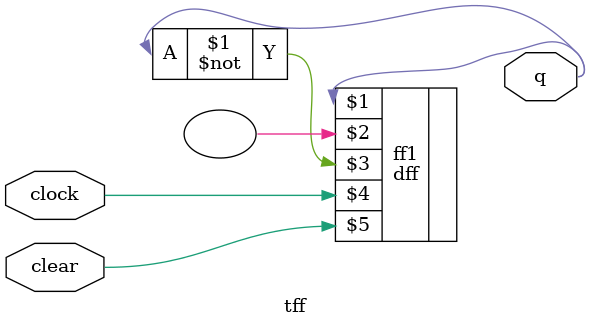
<source format=v>
`include "dff.v"
module tff(
    q,clock,clear
);

output q;
input clock,clear;

dff ff1(q, , ~q, clock, clear);

endmodule
</source>
